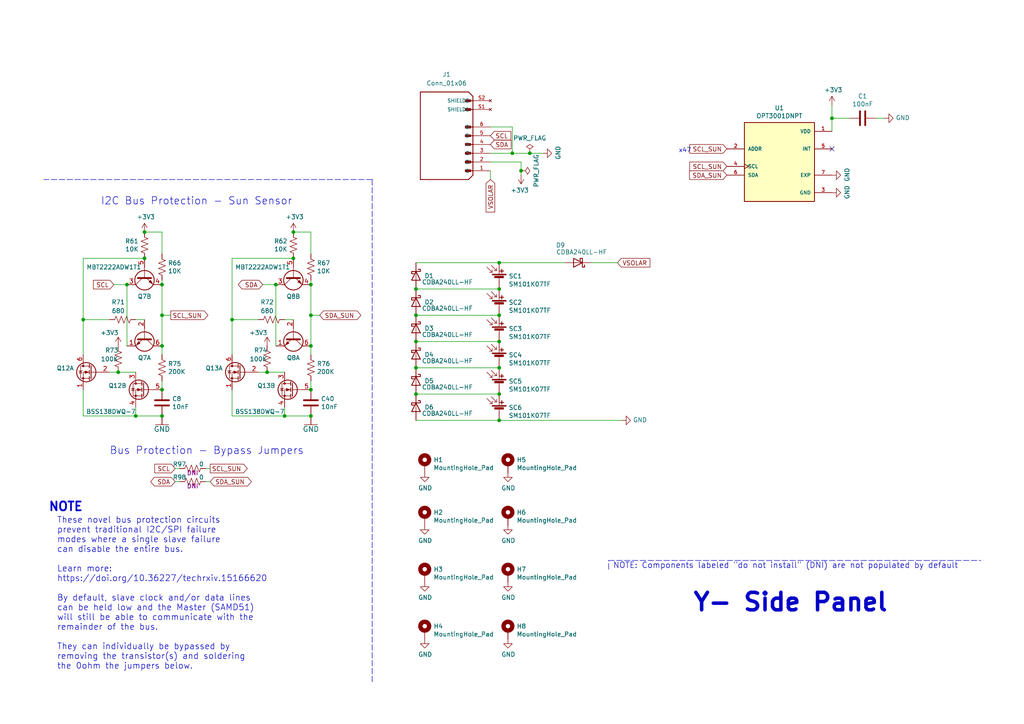
<source format=kicad_sch>
(kicad_sch (version 20211123) (generator eeschema)
  (paper "A4")
  (title_block (title "Sapling Y- Side Panel") (date "2022-05-02") (rev "Flight Ver. 1") (company "Stanford SSI") (comment 1 "Grant Regen"))
  (lib_symbols
    (symbol "Device:C" (pin_numbers hide) (pin_names (offset 0.254))
      (property "Reference" "C" (at 0.635 2.54 0))
      (property "Value" "C" (at 0.635 -2.54 0))
      (symbol "C_0_1"
        (polyline (pts (xy -2.032 -0.762) (xy 2.032 -0.762)) (stroke (width 0.508)))
        (polyline (pts (xy -2.032 0.762) (xy 2.032 0.762)) (stroke (width 0.508)))
      )
      (symbol "C_1_1"
        (pin passive line (at 0 3.81 270) (length 2.794) (name "~") (number "1"))
        (pin passive line (at 0 -3.81 90) (length 2.794) (name "~") (number "2"))
      )
    )
    (symbol "Device:D_Schottky" (pin_numbers hide) (pin_names (offset 1.016) hide)
      (property "Reference" "D" (at 0 2.54 0))
      (property "Value" "D_Schottky" (at 0 -2.54 0))
      (symbol "D_Schottky_0_1"
        (polyline (pts (xy 1.27 0) (xy -1.27 0)))
        (polyline (pts (xy 1.27 1.27) (xy 1.27 -1.27) (xy -1.27 0) (xy 1.27 1.27)) (stroke (width 0.254)))
        (polyline (pts (xy -1.905 0.635) (xy -1.905 1.27) (xy -1.27 1.27) (xy -1.27 -1.27) (xy -0.635 -1.27) (xy -0.635 -0.635)) (stroke (width 0.254)))
      )
      (symbol "D_Schottky_1_1"
        (pin passive line (at -3.81 0 0) (length 2.54) (name "K") (number "1"))
        (pin passive line (at 3.81 0 180) (length 2.54) (name "A") (number "2"))
      )
    )
    (symbol "Device:R_US" (pin_numbers hide) (pin_names (offset 0))
      (property "Reference" "R" (at 2.54 0 90))
      (property "Value" "R_US" (at -2.54 0 90))
      (symbol "R_US_0_1"
        (polyline (pts (xy 0 -2.286) (xy 0 -2.54)))
        (polyline (pts (xy 0 2.286) (xy 0 2.54)))
        (polyline (pts (xy 0 -0.762) (xy 1.016 -1.143) (xy 0 -1.524) (xy -1.016 -1.905) (xy 0 -2.286)))
        (polyline (pts (xy 0 0.762) (xy 1.016 0.381) (xy 0 0) (xy -1.016 -0.381) (xy 0 -0.762)))
        (polyline (pts (xy 0 2.286) (xy 1.016 1.905) (xy 0 1.524) (xy -1.016 1.143) (xy 0 0.762)))
      )
      (symbol "R_US_1_1"
        (pin passive line (at 0 3.81 270) (length 1.27) (name "~") (number "1"))
        (pin passive line (at 0 -3.81 90) (length 1.27) (name "~") (number "2"))
      )
    )
    (symbol "Device:Solar_Cell" (pin_numbers hide) (pin_names (offset 0) hide)
      (property "Reference" "SC" (at 2.54 2.54 0))
      (property "Value" "Solar_Cell" (at 2.54 0 0))
      (symbol "Solar_Cell_0_1"
        (rectangle (start -2.032 1.778) (end 2.032 1.524) (fill (type outline)))
        (rectangle (start -1.3208 1.1938) (end 1.27 0.6858) (fill (type outline)))
        (polyline (pts (xy -2.032 2.286) (xy -3.556 3.81)))
        (polyline (pts (xy -0.762 2.794) (xy -2.286 4.318)))
        (polyline (pts (xy 0 0.762) (xy 0 0)))
        (polyline (pts (xy 0 1.778) (xy 0 2.54)))
        (polyline (pts (xy 0.254 2.667) (xy 1.27 2.667)) (stroke (width 0.254)))
        (polyline (pts (xy 0.762 3.175) (xy 0.762 2.159)) (stroke (width 0.254)))
        (polyline (pts (xy -2.032 3.048) (xy -2.032 2.286) (xy -2.794 2.286)))
        (polyline (pts (xy -0.762 3.556) (xy -0.762 2.794) (xy -1.524 2.794)))
      )
      (symbol "Solar_Cell_1_1"
        (pin passive line (at 0 5.08 270) (length 2.54) (name "+") (number "1"))
        (pin passive line (at 0 -2.54 90) (length 2.54) (name "-") (number "2"))
      )
    )
    (symbol "Mechanical:MountingHole_Pad" (pin_numbers hide) (pin_names (offset 1.016) hide)
      (property "Reference" "H" (at 0 6.35 0))
      (property "Value" "MountingHole_Pad" (at 0 4.445 0))
      (symbol "MountingHole_Pad_0_1"
        (circle (center 0 1.27) (radius 1.27) (stroke (width 1.27)))
      )
      (symbol "MountingHole_Pad_1_1"
        (pin input line (at 0 -2.54 90) (length 2.54) (name "1") (number "1"))
      )
    )
    (symbol "Transistor_BJT:MBT2222ADW1T1" (pin_names (offset 0) hide)
      (property "Reference" "Q" (at 5.08 1.27 0))
      (property "Value" "MBT2222ADW1T1" (at 5.08 -1.27 0))
      (symbol "MBT2222ADW1T1_0_1"
        (polyline (pts (xy 0.635 0) (xy -2.54 0)))
        (polyline (pts (xy 0.635 0.635) (xy 2.54 2.54)))
        (polyline (pts (xy 0.635 -0.635) (xy 2.54 -2.54) (xy 2.54 -2.54)))
        (polyline (pts (xy 0.635 1.905) (xy 0.635 -1.905) (xy 0.635 -1.905)) (stroke (width 0.508)))
        (polyline (pts (xy 1.27 -1.778) (xy 1.778 -1.27) (xy 2.286 -2.286) (xy 1.27 -1.778) (xy 1.27 -1.778)) (fill (type outline)))
        (circle (center 1.27 0) (radius 2.8194) (stroke (width 0.254)))
      )
      (symbol "MBT2222ADW1T1_1_1"
        (pin passive line (at 2.54 -5.08 90) (length 2.54) (name "E1") (number "1"))
        (pin input line (at -5.08 0 0) (length 2.54) (name "B1") (number "2"))
        (pin passive line (at 2.54 5.08 270) (length 2.54) (name "C1") (number "6"))
      )
      (symbol "MBT2222ADW1T1_2_1"
        (pin passive line (at 2.54 5.08 270) (length 2.54) (name "C2") (number "3"))
        (pin passive line (at 2.54 -5.08 90) (length 2.54) (name "E2") (number "4"))
        (pin input line (at -5.08 0 0) (length 2.54) (name "B2") (number "5"))
      )
    )
    (symbol "mainboard:BSS138DWQ-7" (pin_names (offset 0.762) hide)
      (property "Reference" "Q" (at -2.54 5.08 0))
      (property "Value" "BSS138DWQ-7" (at 3.81 6.35 0))
      (symbol "BSS138DWQ-7_1_1"
        (polyline (pts (xy -1.016 0) (xy -3.81 0)))
        (polyline (pts (xy -1.016 1.905) (xy -1.016 -1.905)) (stroke (width 0.254)))
        (polyline (pts (xy -0.508 -1.27) (xy -0.508 -2.286)) (stroke (width 0.254)))
        (polyline (pts (xy -0.508 0.508) (xy -0.508 -0.508)) (stroke (width 0.254)))
        (polyline (pts (xy -0.508 2.286) (xy -0.508 1.27)) (stroke (width 0.254)))
        (polyline (pts (xy 1.27 2.54) (xy 1.27 1.778)))
        (polyline (pts (xy 1.27 -2.54) (xy 1.27 0) (xy -0.508 0)))
        (polyline (pts (xy -0.508 -1.778) (xy 2.032 -1.778) (xy 2.032 1.778) (xy -0.508 1.778)))
        (polyline (pts (xy -0.254 0) (xy 0.762 0.381) (xy 0.762 -0.381) (xy -0.254 0)) (fill (type outline)))
        (polyline (pts (xy 1.524 0.508) (xy 1.651 0.381) (xy 2.413 0.381) (xy 2.54 0.254)))
        (polyline (pts (xy 2.032 0.381) (xy 1.651 -0.254) (xy 2.413 -0.254) (xy 2.032 0.381)))
        (circle (center 0.381 0) (radius 2.794) (stroke (width 0.254)))
        (circle (center 1.27 -1.778) (radius 0.254) (fill (type outline)))
        (circle (center 1.27 1.778) (radius 0.254) (fill (type outline)))
        (pin passive line (at 1.27 -5.08 90) (length 2.54) (name "S2") (number "1"))
        (pin input line (at -6.35 0 0) (length 2.54) (name "G2") (number "2"))
        (pin passive line (at 1.27 5.08 270) (length 2.54) (name "D1") (number "6"))
      )
      (symbol "BSS138DWQ-7_2_1"
        (polyline (pts (xy -1.016 0) (xy -3.81 0)))
        (polyline (pts (xy -1.016 1.905) (xy -1.016 -1.905)) (stroke (width 0.254)))
        (polyline (pts (xy -0.508 -1.27) (xy -0.508 -2.286)) (stroke (width 0.254)))
        (polyline (pts (xy -0.508 0.508) (xy -0.508 -0.508)) (stroke (width 0.254)))
        (polyline (pts (xy -0.508 2.286) (xy -0.508 1.27)) (stroke (width 0.254)))
        (polyline (pts (xy 1.27 2.54) (xy 1.27 1.778)))
        (polyline (pts (xy 1.27 -2.54) (xy 1.27 0) (xy -0.508 0)))
        (polyline (pts (xy -0.508 -1.778) (xy 2.032 -1.778) (xy 2.032 1.778) (xy -0.508 1.778)))
        (polyline (pts (xy -0.254 0) (xy 0.762 0.381) (xy 0.762 -0.381) (xy -0.254 0)) (fill (type outline)))
        (polyline (pts (xy 1.524 0.508) (xy 1.651 0.381) (xy 2.413 0.381) (xy 2.54 0.254)))
        (polyline (pts (xy 2.032 0.381) (xy 1.651 -0.254) (xy 2.413 -0.254) (xy 2.032 0.381)))
        (circle (center 0.381 0) (radius 2.794) (stroke (width 0.254)))
        (circle (center 1.27 -1.778) (radius 0.254) (fill (type outline)))
        (circle (center 1.27 1.778) (radius 0.254) (fill (type outline)))
        (pin passive line (at 1.27 5.08 270) (length 2.54) (name "D2") (number "3"))
        (pin passive line (at 1.27 -5.08 90) (length 2.54) (name "S1") (number "4"))
        (pin input line (at -6.35 0 0) (length 2.54) (name "G1") (number "5"))
      )
    )
    (symbol "mainboard:GND" (power) (pin_names (offset 1.016))
      (property "Value" "GND" (at -2.54 -2.54 0))
      (symbol "GND_1_0"
        (polyline (pts (xy -1.905 0) (xy 1.905 0)))
        (pin power_in line (at 0 2.54 270) (length 2.54) (name "GND") (number "1"))
      )
    )
    (symbol "power:+3.3V" (power) (pin_names (offset 0))
      (property "Value" "+3.3V" (at 0 3.556 0))
      (symbol "+3.3V_0_1"
        (polyline (pts (xy -0.762 1.27) (xy 0 2.54)))
        (polyline (pts (xy 0 0) (xy 0 2.54)))
        (polyline (pts (xy 0 2.54) (xy 0.762 1.27)))
      )
      (symbol "+3.3V_1_1"
        (pin power_in line (at 0 0 90) (length 0) hide (name "+3V3") (number "1"))
      )
    )
    (symbol "power:GND" (power) (pin_names (offset 0))
      (property "Value" "GND" (at 0 -3.81 0))
      (symbol "GND_0_1"
        (polyline (pts (xy 0 0) (xy 0 -1.27) (xy 1.27 -1.27) (xy 0 -2.54) (xy -1.27 -1.27) (xy 0 -1.27)))
      )
      (symbol "GND_1_1"
        (pin power_in line (at 0 0 270) (length 0) hide (name "GND") (number "1"))
      )
    )
    (symbol "power:PWR_FLAG" (power) (pin_numbers hide) (pin_names (offset 0) hide)
      (property "Value" "PWR_FLAG" (at 0 3.81 0))
      (symbol "PWR_FLAG_0_0"
        (pin power_out line (at 0 0 90) (length 0) (name "pwr") (number "1"))
      )
      (symbol "PWR_FLAG_0_1"
        (polyline (pts (xy 0 0) (xy 0 1.27) (xy -1.016 1.905) (xy 0 2.54) (xy 1.016 1.905) (xy 0 1.27)))
      )
    )
    (symbol "solar-panel-side-Y-minus-rescue:2053380006-sapling" (pin_names (offset 1.016))
      (property "Reference" "J" (at -7.62 13.97 0))
      (property "Value" "2053380006-sapling" (at -7.62 -15.24 0))
      (symbol "2053380006-sapling_0_0"
        (rectangle (start -6.985 -10.4648) (end -5.3848 -9.8298) (fill (type outline)))
        (rectangle (start -6.985 -7.9248) (end -5.3848 -7.2898) (fill (type outline)))
        (rectangle (start -6.985 -2.8448) (end -5.3848 -2.2098) (fill (type outline)))
        (rectangle (start -6.985 -0.3048) (end -5.3848 0.3048) (fill (type outline)))
        (rectangle (start -6.985 2.2098) (end -5.3848 2.8448) (fill (type outline)))
        (rectangle (start -6.985 4.7498) (end -5.3848 5.3848) (fill (type outline)))
        (rectangle (start -6.985 7.2898) (end -5.3848 7.9248) (fill (type outline)))
        (rectangle (start -6.985 9.8298) (end -5.3848 10.4648) (fill (type outline)))
        (polyline (pts (xy -7.62 -11.43) (xy -6.35 -12.7)) (stroke (width 0.254)))
        (polyline (pts (xy -7.62 -10.16) (xy -5.715 -10.16)) (stroke (width 0.254)))
        (polyline (pts (xy -7.62 -7.62) (xy -5.715 -7.62)) (stroke (width 0.254)))
        (polyline (pts (xy -7.62 -2.54) (xy -7.62 -11.43)) (stroke (width 0.254)))
        (polyline (pts (xy -7.62 -2.54) (xy -5.715 -2.54)) (stroke (width 0.254)))
        (polyline (pts (xy -7.62 0) (xy -7.62 -2.54)) (stroke (width 0.254)))
        (polyline (pts (xy -7.62 0) (xy -5.715 0)) (stroke (width 0.254)))
        (polyline (pts (xy -7.62 2.54) (xy -7.62 0)) (stroke (width 0.254)))
        (polyline (pts (xy -7.62 2.54) (xy -5.715 2.54)) (stroke (width 0.254)))
        (polyline (pts (xy -7.62 5.08) (xy -7.62 2.54)) (stroke (width 0.254)))
        (polyline (pts (xy -7.62 5.08) (xy -5.715 5.08)) (stroke (width 0.254)))
        (polyline (pts (xy -7.62 7.62) (xy -5.715 7.62)) (stroke (width 0.254)))
        (polyline (pts (xy -7.62 10.16) (xy -5.715 10.16)) (stroke (width 0.254)))
        (polyline (pts (xy -7.62 11.43) (xy -7.62 5.08)) (stroke (width 0.254)))
        (polyline (pts (xy -7.62 11.43) (xy -6.35 12.7)) (stroke (width 0.254)))
        (polyline (pts (xy -6.35 -12.7) (xy 7.62 -12.7)) (stroke (width 0.254)))
        (polyline (pts (xy 7.62 -12.7) (xy 7.62 12.7)) (stroke (width 0.254)))
        (polyline (pts (xy 7.62 12.7) (xy -6.35 12.7)) (stroke (width 0.254)))
        (pin passive line (at -12.7 10.16 0) (length 5.08) (name "1") (number "1"))
        (pin passive line (at -12.7 7.62 0) (length 5.08) (name "2") (number "2"))
        (pin passive line (at -12.7 5.08 0) (length 5.08) (name "3") (number "3"))
        (pin passive line (at -12.7 2.54 0) (length 5.08) (name "4") (number "4"))
        (pin passive line (at -12.7 0 0) (length 5.08) (name "5") (number "5"))
        (pin passive line (at -12.7 -2.54 0) (length 5.08) (name "6") (number "6"))
        (pin no_connect line (at -12.7 -7.62 0) (length 5.08) (name "SHIELD1") (number "S1"))
        (pin no_connect line (at -12.7 -10.16 0) (length 5.08) (name "SHIELD2") (number "S2"))
      )
    )
    (symbol "solar-panel-side-Y-minus-rescue:OPT3001DNPT-sapling" (pin_names (offset 1.016))
      (property "Reference" "U" (at -10.16 13.97 0))
      (property "Value" "OPT3001DNPT-sapling" (at -6.35 -12.7 0))
      (symbol "OPT3001DNPT-sapling_0_0"
        (rectangle (start -10.16 -10.16) (end 10.16 12.7) (stroke (width 0.254)) (fill (type background)))
        (pin power_in line (at 15.24 10.16 180) (length 5.08) (name "VDD") (number "1"))
        (pin input line (at -15.24 5.08 0) (length 5.08) (name "ADDR") (number "2"))
        (pin power_in line (at 15.24 -7.62 180) (length 5.08) (name "GND") (number "3"))
        (pin input clock (at -15.24 0 0) (length 5.08) (name "SCL") (number "4"))
        (pin output line (at 15.24 5.08 180) (length 5.08) (name "INT") (number "5"))
        (pin bidirectional line (at -15.24 -2.54 0) (length 5.08) (name "SDA") (number "6"))
        (pin passive line (at 15.24 -2.54 180) (length 5.08) (name "EXP") (number "7"))
      )
    )
  )
  (junction (at 90.17 113.03))
  (junction (at 85.09 67.31))
  (junction (at 120.65 83.82))
  (junction (at 120.65 114.3))
  (junction (at 148.59 44.45))
  (junction (at 46.99 91.44))
  (junction (at 144.78 121.92))
  (junction (at 77.47 107.95))
  (junction (at 46.99 113.03))
  (junction (at 144.78 99.06))
  (junction (at 41.91 74.93))
  (junction (at 46.99 82.55))
  (junction (at 82.55 120.65))
  (junction (at 34.29 107.95))
  (junction (at 144.78 106.68))
  (junction (at 24.13 92.71))
  (junction (at 80.01 82.55))
  (junction (at 144.78 91.44))
  (junction (at 90.17 91.44))
  (junction (at 46.99 120.65))
  (junction (at 144.78 76.2))
  (junction (at 67.31 92.71))
  (junction (at 46.99 100.33))
  (junction (at 120.65 106.68))
  (junction (at 151.13 49.53))
  (junction (at 90.17 82.55))
  (junction (at 144.78 114.3))
  (junction (at 85.09 74.93))
  (junction (at 120.65 99.06))
  (junction (at 39.37 120.65))
  (junction (at 41.91 67.31))
  (junction (at 153.67 44.45))
  (junction (at 36.83 82.55))
  (junction (at 120.65 91.44))
  (junction (at 241.3 34.29))
  (junction (at 90.17 120.65))
  (junction (at 144.78 83.82))
  (junction (at 90.17 100.33))
  (no_connect (at 241.3 43.18))
  (wire (pts (xy 36.83 82.55) (xy 36.83 100.33)))
  (wire (pts (xy 142.24 46.99) (xy 151.13 46.99)))
  (wire (pts (xy 24.13 102.87) (xy 24.13 92.71)))
  (wire (pts (xy 120.65 91.44) (xy 144.78 91.44)))
  (wire (pts (xy 49.53 91.44) (xy 46.99 91.44)))
  (wire (pts (xy 46.99 91.44) (xy 46.99 82.55)))
  (wire (pts (xy 46.99 110.49) (xy 46.99 113.03)))
  (wire (pts (xy 67.31 102.87) (xy 67.31 92.71)))
  (wire (pts (xy 92.71 91.44) (xy 90.17 91.44)))
  (wire (pts (xy 90.17 102.87) (xy 90.17 100.33)))
  (wire (pts (xy 171.45 76.2) (xy 179.07 76.2)))
  (polyline (pts (xy 176.53 165.1) (xy 176.53 162.56)))
  (wire (pts (xy 241.3 34.29) (xy 241.3 30.48)))
  (wire (pts (xy 77.47 107.95) (xy 74.93 107.95)))
  (wire (pts (xy 76.2 82.55) (xy 80.01 82.55)))
  (wire (pts (xy 50.8 135.89) (xy 52.07 135.89)))
  (wire (pts (xy 39.37 107.95) (xy 34.29 107.95)))
  (wire (pts (xy 24.13 74.93) (xy 41.91 74.93)))
  (wire (pts (xy 254 34.29) (xy 256.54 34.29)))
  (wire (pts (xy 90.17 110.49) (xy 90.17 113.03)))
  (wire (pts (xy 120.65 83.82) (xy 144.78 83.82)))
  (wire (pts (xy 60.96 139.7) (xy 59.69 139.7)))
  (wire (pts (xy 142.24 49.53) (xy 142.24 52.07)))
  (wire (pts (xy 67.31 113.03) (xy 67.31 120.65)))
  (wire (pts (xy 142.24 36.83) (xy 148.59 36.83)))
  (wire (pts (xy 148.59 44.45) (xy 153.67 44.45)))
  (wire (pts (xy 120.65 99.06) (xy 144.78 99.06)))
  (wire (pts (xy 67.31 120.65) (xy 82.55 120.65)))
  (wire (pts (xy 241.3 38.1) (xy 241.3 34.29)))
  (wire (pts (xy 24.13 92.71) (xy 31.75 92.71)))
  (wire (pts (xy 90.17 100.33) (xy 90.17 91.44)))
  (wire (pts (xy 67.31 74.93) (xy 85.09 74.93)))
  (polyline (pts (xy 107.95 52.07) (xy 107.95 198.12)))
  (wire (pts (xy 120.65 121.92) (xy 144.78 121.92)))
  (wire (pts (xy 50.8 139.7) (xy 52.07 139.7)))
  (wire (pts (xy 85.09 92.71) (xy 82.55 92.71)))
  (wire (pts (xy 67.31 92.71) (xy 74.93 92.71)))
  (wire (pts (xy 90.17 73.66) (xy 90.17 67.31)))
  (polyline (pts (xy 176.53 162.56) (xy 284.48 162.56)))
  (wire (pts (xy 24.13 113.03) (xy 24.13 120.65)))
  (wire (pts (xy 46.99 67.31) (xy 41.91 67.31)))
  (wire (pts (xy 144.78 121.92) (xy 180.34 121.92)))
  (wire (pts (xy 148.59 36.83) (xy 148.59 44.45)))
  (wire (pts (xy 120.65 76.2) (xy 144.78 76.2)))
  (wire (pts (xy 163.83 76.2) (xy 144.78 76.2)))
  (wire (pts (xy 39.37 118.11) (xy 39.37 120.65)))
  (wire (pts (xy 39.37 120.65) (xy 46.99 120.65)))
  (wire (pts (xy 80.01 82.55) (xy 80.01 100.33)))
  (wire (pts (xy 120.65 106.68) (xy 144.78 106.68)))
  (wire (pts (xy 33.02 82.55) (xy 36.83 82.55)))
  (wire (pts (xy 82.55 107.95) (xy 77.47 107.95)))
  (wire (pts (xy 60.96 135.89) (xy 59.69 135.89)))
  (wire (pts (xy 46.99 102.87) (xy 46.99 100.33)))
  (wire (pts (xy 41.91 92.71) (xy 39.37 92.71)))
  (wire (pts (xy 153.67 44.45) (xy 157.48 44.45)))
  (wire (pts (xy 46.99 100.33) (xy 46.99 91.44)))
  (wire (pts (xy 67.31 92.71) (xy 67.31 74.93)))
  (wire (pts (xy 24.13 120.65) (xy 39.37 120.65)))
  (wire (pts (xy 151.13 49.53) (xy 151.13 50.8)))
  (wire (pts (xy 90.17 91.44) (xy 90.17 82.55)))
  (wire (pts (xy 34.29 107.95) (xy 31.75 107.95)))
  (wire (pts (xy 82.55 118.11) (xy 82.55 120.65)))
  (wire (pts (xy 46.99 81.28) (xy 46.99 82.55)))
  (wire (pts (xy 82.55 120.65) (xy 90.17 120.65)))
  (wire (pts (xy 46.99 73.66) (xy 46.99 67.31)))
  (wire (pts (xy 120.65 114.3) (xy 144.78 114.3)))
  (wire (pts (xy 151.13 46.99) (xy 151.13 49.53)))
  (wire (pts (xy 24.13 92.71) (xy 24.13 74.93)))
  (wire (pts (xy 246.38 34.29) (xy 241.3 34.29)))
  (wire (pts (xy 90.17 67.31) (xy 85.09 67.31)))
  (wire (pts (xy 142.24 44.45) (xy 148.59 44.45)))
  (polyline (pts (xy 107.95 52.07) (xy 12.7 52.07)))
  (wire (pts (xy 90.17 81.28) (xy 90.17 82.55)))
  (text "Y- Side Panel" (at 200.66 177.8 0) (effects (font (size 5.08 5.08) (thickness 1.016) bold) (justify left bottom)))
  (text "x47" (at 196.85 44.45 0) (effects (font (size 1.27 1.27)) (justify left bottom)))
  (text "Bus Protection - Bypass Jumpers" (at 31.75 132.08 0) (effects (font (size 2.159 2.159)) (justify left bottom)))
  (text "NOTE: Components labeled \"do not install\" (DNI) are not populated by default" (at 177.8 165.1 0) (effects (font (size 1.651 1.651)) (justify left bottom)))
  (text "NOTE" (at 13.97 148.59 0) (effects (font (size 2.54 2.54) (thickness 0.508) bold) (justify left bottom)))
  (text "These novel bus protection circuits\nprevent traditional I2C/SPI failure \nmodes where a single slave failure\ncan disable the entire bus.\n\nLearn more: \nhttps://doi.org/10.36227/techrxiv.15166620\n\nBy default, slave clock and/or data lines \ncan be held low and the Master (SAMD51) \nwill still be able to communicate with the \nremainder of the bus.\n\nThey can individually be bypassed by \nremoving the transistor(s) and soldering\nthe 0ohm the jumpers below." (at 16.51 194.31 0) (effects (font (size 1.7526 1.7526)) (justify left bottom)))
  (text "I2C Bus Protection - Sun Sensor" (at 29.21 59.69 0) (effects (font (size 2.159 2.159)) (justify left bottom)))
  (global_label "SDA_SUN" (shape input) (at 210.82 50.8 180) (property "Intersheet References" "${INTERSHEET_REFS}" (effects hide)))
  (global_label "SCL" (shape input) (at 33.02 82.55 180) (property "Intersheet References" "${INTERSHEET_REFS}" (effects hide)))
  (global_label "SCL_SUN" (shape output) (at 60.96 135.89 0) (property "Intersheet References" "${INTERSHEET_REFS}" (effects hide)))
  (global_label "SCL_SUN" (shape input) (at 210.82 48.26 180) (property "Intersheet References" "${INTERSHEET_REFS}" (effects hide)))
  (global_label "SDA" (shape bidirectional) (at 50.8 139.7 180) (property "Intersheet References" "${INTERSHEET_REFS}" (effects hide)))
  (global_label "SCL_SUN" (shape output) (at 49.53 91.44 0) (property "Intersheet References" "${INTERSHEET_REFS}" (effects hide)))
  (global_label "SCL_SUN" (shape input) (at 210.82 43.18 180) (property "Intersheet References" "${INTERSHEET_REFS}" (effects hide)))
  (global_label "VSOLAR" (shape input) (at 142.24 52.07 270) (property "Intersheet References" "${INTERSHEET_REFS}" (effects hide)))
  (global_label "SCL" (shape input) (at 142.24 39.37 0) (property "Intersheet References" "${INTERSHEET_REFS}" (effects hide)))
  (global_label "SDA" (shape bidirectional) (at 76.2 82.55 180) (property "Intersheet References" "${INTERSHEET_REFS}" (effects hide)))
  (global_label "SDA_SUN" (shape bidirectional) (at 60.96 139.7 0) (property "Intersheet References" "${INTERSHEET_REFS}" (effects hide)))
  (global_label "SCL" (shape input) (at 50.8 135.89 180) (property "Intersheet References" "${INTERSHEET_REFS}" (effects hide)))
  (global_label "SDA_SUN" (shape bidirectional) (at 92.71 91.44 0) (property "Intersheet References" "${INTERSHEET_REFS}" (effects hide)))
  (global_label "VSOLAR" (shape input) (at 179.07 76.2 0) (property "Intersheet References" "${INTERSHEET_REFS}" (effects hide)))
  (global_label "SDA" (shape input) (at 142.24 41.91 0) (property "Intersheet References" "${INTERSHEET_REFS}" (effects hide)))
  (symbol (lib_id "mainboard:BSS138DWQ-7") (at 25.4 107.95 0) (mirror y) (unit 1)
    (property "Reference" "Q12" (at 21.463 106.7816 0) (effects (justify left)))
    (property "Value" "BSS138DWQ-7" (at 39.37 119.38 0) (effects (justify left)))
    (property "Footprint" "sapling:BSS138DWQ-7" (effects hide))
    (property "Datasheet" "https://www.diodes.com/assets/Datasheets/BSS138DWQ.pdf" (effects hide))
    (property "Description" "Dual N-Channel MOSFET - 2NMOS" (effects hide))
    (property "Flight" "BSS138DWQ-7" (effects hide))
    (property "Manufacturer_Name" "Diodes Incorporated" (effects hide))
    (property "Manufacturer_Part_Number" "BSS138DWQ-7" (effects hide))
    (property "Proto" "BSS138DWQ-7" (effects hide))
  )
  (symbol (lib_id "mainboard:BSS138DWQ-7") (at 40.64 113.03 0) (mirror y) (unit 2)
    (property "Reference" "Q12" (at 36.703 111.8616 0) (effects (justify left)))
    (property "Value" "BSS138DWQ-7" (effects hide))
    (property "Footprint" "sapling:BSS138DWQ-7" (effects hide))
    (property "Datasheet" "https://www.diodes.com/assets/Datasheets/BSS138DWQ.pdf" (effects hide))
    (property "Description" "Dual N-Channel MOSFET - 2NMOS" (effects hide))
    (property "Flight" "BSS138DWQ-7" (effects hide))
    (property "Manufacturer_Name" "Diodes Incorporated" (effects hide))
    (property "Manufacturer_Part_Number" "BSS138DWQ-7" (effects hide))
    (property "Proto" "BSS138DWQ-7" (effects hide))
  )
  (symbol (lib_id "Transistor_BJT:MBT2222ADW1T1") (at 41.91 97.79 270) (unit 1)
    (property "Reference" "Q7" (at 41.91 103.7844 90))
    (property "Value" "MBT2222ADW1T1" (effects hide))
    (property "Footprint" "Package_TO_SOT_SMD:SOT-363_SC-70-6" (effects hide))
    (property "Datasheet" "http://www.onsemi.com/pub_link/Collateral/MBT2222ADW1T1-D.PDF" (effects hide))
    (property "Description" "Dual NPN BJT - 2NPN" (effects hide))
    (property "Flight" "MBT2222ADW1T1G" (effects hide))
    (property "Manufacturer_Name" "ON Semiconductor" (effects hide))
    (property "Manufacturer_Part_Number" "MBT2222ADW1T1G" (effects hide))
    (property "Proto" "MBT2222ADW1T1G" (effects hide))
  )
  (symbol (lib_id "Transistor_BJT:MBT2222ADW1T1") (at 41.91 80.01 90) (mirror x) (unit 2)
    (property "Reference" "Q7" (at 41.91 85.979 90))
    (property "Value" "MBT2222ADW1T1" (at 33.02 77.47 90))
    (property "Footprint" "Package_TO_SOT_SMD:SOT-363_SC-70-6" (effects hide))
    (property "Datasheet" "http://www.onsemi.com/pub_link/Collateral/MBT2222ADW1T1-D.PDF" (effects hide))
    (property "Description" "Dual NPN BJT - 2NPN" (effects hide))
    (property "Flight" "MBT2222ADW1T1G" (effects hide))
    (property "Manufacturer_Name" "ON Semiconductor" (effects hide))
    (property "Manufacturer_Part_Number" "MBT2222ADW1T1G" (effects hide))
    (property "Proto" "MBT2222ADW1T1G" (effects hide))
  )
  (symbol (lib_id "Device:C") (at 46.99 116.84 0) (unit 1)
    (property "Reference" "C8" (at 49.911 115.6716 0) (effects (justify left)))
    (property "Value" "10nF" (at 49.911 117.983 0) (effects (justify left)))
    (property "Footprint" "Capacitor_SMD:C_0603_1608Metric" (effects hide))
    (property "Description" "10nF +-10% 50V X7R" (effects hide))
  )
  (symbol (lib_id "mainboard:GND") (at 46.99 123.19 0) (unit 1)
    (property "Reference" "#GND045" (effects hide))
    (property "Value" "GND" (at 46.99 124.46 0) (effects (font (size 1.4986 1.4986))))
  )
  (symbol (lib_id "Device:R_US") (at 46.99 77.47 0) (unit 1)
    (property "Reference" "R66" (at 48.7172 76.3016 0) (effects (justify left)))
    (property "Value" "10K" (at 48.7172 78.613 0) (effects (justify left)))
    (property "Footprint" "Resistor_SMD:R_0603_1608Metric" (effects hide))
    (property "Description" "10K 0603" (effects hide))
  )
  (symbol (lib_id "Device:R_US") (at 41.91 71.12 0) (unit 1)
    (property "Reference" "R61" (at 40.2082 69.9516 0) (effects (justify right)))
    (property "Value" "10K" (at 40.2082 72.263 0) (effects (justify right)))
    (property "Footprint" "Resistor_SMD:R_0603_1608Metric" (effects hide))
    (property "Description" "10K 0603" (effects hide))
  )
  (symbol (lib_id "Device:R_US") (at 35.56 92.71 270) (unit 1)
    (property "Reference" "R71" (at 34.29 87.63 90))
    (property "Value" "680" (at 34.29 90.17 90))
    (property "Footprint" "Resistor_SMD:R_0603_1608Metric" (effects hide))
    (property "Description" "680 0603" (effects hide))
  )
  (symbol (lib_id "Device:R_US") (at 34.29 104.14 0) (unit 1)
    (property "Reference" "R73" (at 30.48 101.6 0) (effects (justify left)))
    (property "Value" "100K" (at 29.21 104.14 0) (effects (justify left)))
    (property "Footprint" "Resistor_SMD:R_0603_1608Metric" (effects hide))
    (property "Description" "100K 0603" (effects hide))
  )
  (symbol (lib_id "Device:R_US") (at 46.99 106.68 0) (unit 1)
    (property "Reference" "R75" (at 48.7172 105.5116 0) (effects (justify left)))
    (property "Value" "200K" (at 48.7172 107.823 0) (effects (justify left)))
    (property "Footprint" "Resistor_SMD:R_0603_1608Metric" (effects hide))
    (property "Description" "200K 0603" (effects hide))
  )
  (symbol (lib_id "Transistor_BJT:MBT2222ADW1T1") (at 85.09 97.79 270) (unit 1)
    (property "Reference" "Q8" (at 85.09 103.7844 90))
    (property "Value" "MBT2222ADW1T1" (effects hide))
    (property "Footprint" "Package_TO_SOT_SMD:SOT-363_SC-70-6" (effects hide))
    (property "Datasheet" "http://www.onsemi.com/pub_link/Collateral/MBT2222ADW1T1-D.PDF" (effects hide))
    (property "Description" "Dual NPN BJT - 2NPN" (effects hide))
    (property "Flight" "MBT2222ADW1T1G" (effects hide))
    (property "Manufacturer_Name" "ON Semiconductor" (effects hide))
    (property "Manufacturer_Part_Number" "MBT2222ADW1T1G" (effects hide))
    (property "Proto" "MBT2222ADW1T1G" (effects hide))
  )
  (symbol (lib_id "Transistor_BJT:MBT2222ADW1T1") (at 85.09 80.01 90) (mirror x) (unit 2)
    (property "Reference" "Q8" (at 85.09 85.979 90))
    (property "Value" "MBT2222ADW1T1" (at 76.2 77.47 90))
    (property "Footprint" "Package_TO_SOT_SMD:SOT-363_SC-70-6" (effects hide))
    (property "Datasheet" "http://www.onsemi.com/pub_link/Collateral/MBT2222ADW1T1-D.PDF" (effects hide))
    (property "Description" "Dual NPN BJT - 2NPN" (effects hide))
    (property "Flight" "MBT2222ADW1T1G" (effects hide))
    (property "Manufacturer_Name" "ON Semiconductor" (effects hide))
    (property "Manufacturer_Part_Number" "MBT2222ADW1T1G" (effects hide))
    (property "Proto" "MBT2222ADW1T1G" (effects hide))
  )
  (symbol (lib_id "Device:C") (at 90.17 116.84 0) (unit 1)
    (property "Reference" "C40" (at 93.091 115.6716 0) (effects (justify left)))
    (property "Value" "10nF" (at 93.091 117.983 0) (effects (justify left)))
    (property "Footprint" "Capacitor_SMD:C_0603_1608Metric" (effects hide))
    (property "Description" "10nF +-10% 50V X7R" (effects hide))
  )
  (symbol (lib_id "mainboard:GND") (at 90.17 123.19 0) (unit 1)
    (property "Reference" "#GND046" (effects hide))
    (property "Value" "GND" (at 90.17 124.46 0) (effects (font (size 1.4986 1.4986))))
  )
  (symbol (lib_id "Device:R_US") (at 85.09 71.12 0) (unit 1)
    (property "Reference" "R62" (at 83.3882 69.9516 0) (effects (justify right)))
    (property "Value" "10K" (at 83.3882 72.263 0) (effects (justify right)))
    (property "Footprint" "Resistor_SMD:R_0603_1608Metric" (effects hide))
    (property "Description" "10K 0603" (effects hide))
  )
  (symbol (lib_id "Device:R_US") (at 78.74 92.71 270) (unit 1)
    (property "Reference" "R72" (at 77.47 87.63 90))
    (property "Value" "680" (at 77.47 90.17 90))
    (property "Footprint" "Resistor_SMD:R_0603_1608Metric" (effects hide))
    (property "Description" "680 0603" (effects hide))
  )
  (symbol (lib_id "mainboard:BSS138DWQ-7") (at 83.82 113.03 0) (mirror y) (unit 2)
    (property "Reference" "Q13" (at 79.883 111.8616 0) (effects (justify left)))
    (property "Value" "BSS138DWQ-7" (effects hide))
    (property "Footprint" "sapling:BSS138DWQ-7" (effects hide))
    (property "Datasheet" "https://www.diodes.com/assets/Datasheets/BSS138DWQ.pdf" (effects hide))
    (property "Description" "Dual N-Channel MOSFET - 2NMOS" (effects hide))
    (property "Flight" "BSS138DWQ-7" (effects hide))
    (property "Manufacturer_Name" "Diodes Incorporated" (effects hide))
    (property "Manufacturer_Part_Number" "BSS138DWQ-7" (effects hide))
    (property "Proto" "BSS138DWQ-7" (effects hide))
  )
  (symbol (lib_id "Device:R_US") (at 90.17 106.68 0) (unit 1)
    (property "Reference" "R76" (at 91.8972 105.5116 0) (effects (justify left)))
    (property "Value" "200K" (at 91.8972 107.823 0) (effects (justify left)))
    (property "Footprint" "Resistor_SMD:R_0603_1608Metric" (effects hide))
    (property "Description" "200K 0603" (effects hide))
  )
  (symbol (lib_id "Device:R_US") (at 77.47 104.14 0) (unit 1)
    (property "Reference" "R74" (at 73.66 101.6 0) (effects (justify left)))
    (property "Value" "100K" (at 72.39 104.14 0) (effects (justify left)))
    (property "Footprint" "Resistor_SMD:R_0603_1608Metric" (effects hide))
    (property "Description" "100K 0603" (effects hide))
  )
  (symbol (lib_id "mainboard:BSS138DWQ-7") (at 68.58 107.95 0) (mirror y) (unit 1)
    (property "Reference" "Q13" (at 64.643 106.7816 0) (effects (justify left)))
    (property "Value" "BSS138DWQ-7" (at 82.55 119.38 0) (effects (justify left)))
    (property "Footprint" "sapling:BSS138DWQ-7" (effects hide))
    (property "Datasheet" "https://www.diodes.com/assets/Datasheets/BSS138DWQ.pdf" (effects hide))
    (property "Description" "Dual N-Channel MOSFET - 2NMOS" (effects hide))
    (property "Flight" "BSS138DWQ-7" (effects hide))
    (property "Manufacturer_Name" "Diodes Incorporated" (effects hide))
    (property "Manufacturer_Part_Number" "BSS138DWQ-7" (effects hide))
    (property "Proto" "BSS138DWQ-7" (effects hide))
  )
  (symbol (lib_id "Device:R_US") (at 90.17 77.47 0) (unit 1)
    (property "Reference" "R67" (at 91.8972 76.3016 0) (effects (justify left)))
    (property "Value" "10K" (at 91.8972 78.613 0) (effects (justify left)))
    (property "Footprint" "Resistor_SMD:R_0603_1608Metric" (effects hide))
    (property "Description" "10K 0603" (effects hide))
  )
  (symbol (lib_id "Device:R_US") (at 55.88 135.89 270) (unit 1)
    (property "Reference" "R97" (at 52.07 134.62 90))
    (property "Value" "0" (at 58.42 134.62 90))
    (property "Footprint" "Resistor_SMD:R_0603_1608Metric" (effects hide))
    (property "DNI" "DNI" (at 55.88 137.16 90))
    (property "Description" "0 0603" (effects hide))
  )
  (symbol (lib_id "Device:R_US") (at 55.88 139.7 270) (unit 1)
    (property "Reference" "R98" (at 52.07 138.43 90))
    (property "Value" "0" (at 58.42 138.43 90))
    (property "Footprint" "Resistor_SMD:R_0603_1608Metric" (effects hide))
    (property "DNI" "DNI" (at 55.88 140.97 90))
    (property "Description" "0 0603" (effects hide))
  )
  (symbol (lib_id "Device:Solar_Cell") (at 144.78 96.52 0) (unit 1)
    (property "Reference" "SC3" (at 147.5232 95.3516 0) (effects (justify left)))
    (property "Value" "SM101K07TF" (at 147.5232 97.663 0) (effects (justify left)))
    (property "Footprint" "sapling:SM101K07TF" (effects hide))
  )
  (symbol (lib_id "Device:D_Schottky") (at 120.65 102.87 270) (unit 1)
    (property "Reference" "D4" (at 124.46 102.87 90))
    (property "Value" "CDBA240LL-HF" (at 137.16 105.41 90) (effects (justify right bottom)))
    (property "Footprint" "sapling:DO-214AC" (effects hide))
  )
  (symbol (lib_id "Device:D_Schottky") (at 120.65 110.49 270) (unit 1)
    (property "Reference" "D5" (at 124.46 110.49 90))
    (property "Value" "CDBA240LL-HF" (at 137.16 113.03 90) (effects (justify right bottom)))
    (property "Footprint" "sapling:DO-214AC" (effects hide))
  )
  (symbol (lib_id "power:GND") (at 256.54 34.29 90) (unit 1)
    (property "Reference" "#PWR0103" (effects hide))
    (property "Value" "GND" (at 259.7912 34.163 90) (effects (justify right)))
  )
  (symbol (lib_id "solar-panel-side-Y-minus-rescue:2053380006-sapling") (at 129.54 39.37 180) (unit 1)
    (property "Reference" "J1" (at 129.54 21.59 0))
    (property "Value" "Conn_01x06" (at 129.54 24.13 0))
    (property "Footprint" "sapling:MOLEX_2053380006" (effects hide))
  )
  (symbol (lib_id "Mechanical:MountingHole_Pad") (at 123.19 134.62 0) (unit 1)
    (property "Reference" "H1" (at 125.73 133.3754 0) (effects (justify left)))
    (property "Value" "MountingHole_Pad" (at 125.73 135.6868 0) (effects (justify left)))
    (property "Footprint" "MountingHole:MountingHole_2.2mm_M2_DIN965_Pad_TopBottom" (effects hide))
  )
  (symbol (lib_id "power:GND") (at 123.19 137.16 0) (unit 1)
    (property "Reference" "#PWR01" (effects hide))
    (property "Value" "GND" (at 123.317 141.5542 0))
  )
  (symbol (lib_id "Mechanical:MountingHole_Pad") (at 147.32 134.62 0) (unit 1)
    (property "Reference" "H5" (at 149.86 133.3754 0) (effects (justify left)))
    (property "Value" "MountingHole_Pad" (at 149.86 135.6868 0) (effects (justify left)))
    (property "Footprint" "MountingHole:MountingHole_2.2mm_M2_DIN965_Pad_TopBottom" (effects hide))
  )
  (symbol (lib_id "power:GND") (at 147.32 137.16 0) (unit 1)
    (property "Reference" "#PWR05" (effects hide))
    (property "Value" "GND" (at 147.447 141.5542 0))
  )
  (symbol (lib_id "Mechanical:MountingHole_Pad") (at 123.19 149.86 0) (unit 1)
    (property "Reference" "H2" (at 125.73 148.6154 0) (effects (justify left)))
    (property "Value" "MountingHole_Pad" (at 125.73 150.9268 0) (effects (justify left)))
    (property "Footprint" "MountingHole:MountingHole_2.2mm_M2_DIN965_Pad_TopBottom" (effects hide))
  )
  (symbol (lib_id "power:GND") (at 123.19 152.4 0) (unit 1)
    (property "Reference" "#PWR02" (effects hide))
    (property "Value" "GND" (at 123.317 156.7942 0))
  )
  (symbol (lib_id "Mechanical:MountingHole_Pad") (at 147.32 149.86 0) (unit 1)
    (property "Reference" "H6" (at 149.86 148.6154 0) (effects (justify left)))
    (property "Value" "MountingHole_Pad" (at 149.86 150.9268 0) (effects (justify left)))
    (property "Footprint" "MountingHole:MountingHole_2.2mm_M2_DIN965_Pad_TopBottom" (effects hide))
  )
  (symbol (lib_id "power:GND") (at 147.32 152.4 0) (unit 1)
    (property "Reference" "#PWR06" (effects hide))
    (property "Value" "GND" (at 147.447 156.7942 0))
  )
  (symbol (lib_id "Mechanical:MountingHole_Pad") (at 123.19 166.37 0) (unit 1)
    (property "Reference" "H3" (at 125.73 165.1254 0) (effects (justify left)))
    (property "Value" "MountingHole_Pad" (at 125.73 167.4368 0) (effects (justify left)))
    (property "Footprint" "MountingHole:MountingHole_2.2mm_M2_DIN965_Pad_TopBottom" (effects hide))
  )
  (symbol (lib_id "power:GND") (at 123.19 168.91 0) (unit 1)
    (property "Reference" "#PWR03" (effects hide))
    (property "Value" "GND" (at 123.317 173.3042 0))
  )
  (symbol (lib_id "Mechanical:MountingHole_Pad") (at 147.32 166.37 0) (unit 1)
    (property "Reference" "H7" (at 149.86 165.1254 0) (effects (justify left)))
    (property "Value" "MountingHole_Pad" (at 149.86 167.4368 0) (effects (justify left)))
    (property "Footprint" "MountingHole:MountingHole_2.2mm_M2_DIN965_Pad_TopBottom" (effects hide))
  )
  (symbol (lib_id "power:GND") (at 147.32 168.91 0) (unit 1)
    (property "Reference" "#PWR07" (effects hide))
    (property "Value" "GND" (at 147.447 173.3042 0))
  )
  (symbol (lib_id "Mechanical:MountingHole_Pad") (at 123.19 182.88 0) (unit 1)
    (property "Reference" "H4" (at 125.73 181.6354 0) (effects (justify left)))
    (property "Value" "MountingHole_Pad" (at 125.73 183.9468 0) (effects (justify left)))
    (property "Footprint" "MountingHole:MountingHole_2.2mm_M2_DIN965_Pad_TopBottom" (effects hide))
  )
  (symbol (lib_id "power:GND") (at 123.19 185.42 0) (unit 1)
    (property "Reference" "#PWR04" (effects hide))
    (property "Value" "GND" (at 123.317 189.8142 0))
  )
  (symbol (lib_id "Mechanical:MountingHole_Pad") (at 147.32 182.88 0) (unit 1)
    (property "Reference" "H8" (at 149.86 181.6354 0) (effects (justify left)))
    (property "Value" "MountingHole_Pad" (at 149.86 183.9468 0) (effects (justify left)))
    (property "Footprint" "MountingHole:MountingHole_2.2mm_M2_DIN965_Pad_TopBottom" (effects hide))
  )
  (symbol (lib_id "power:GND") (at 147.32 185.42 0) (unit 1)
    (property "Reference" "#PWR08" (effects hide))
    (property "Value" "GND" (at 147.447 189.8142 0))
  )
  (symbol (lib_id "Device:Solar_Cell") (at 144.78 104.14 0) (unit 1)
    (property "Reference" "SC4" (at 147.5232 102.9716 0) (effects (justify left)))
    (property "Value" "SM101K07TF" (at 147.5232 105.283 0) (effects (justify left)))
    (property "Footprint" "sapling:SM101K07TF" (effects hide))
  )
  (symbol (lib_id "Device:C") (at 250.19 34.29 90) (unit 1)
    (property "Reference" "C1" (at 250.19 27.8892 90))
    (property "Value" "100nF" (at 250.19 30.2006 90))
    (property "Footprint" "Capacitor_SMD:C_0603_1608Metric" (effects hide))
  )
  (symbol (lib_id "power:GND") (at 241.3 50.8 90) (unit 1)
    (property "Reference" "#PWR0101" (effects hide))
    (property "Value" "GND" (at 245.6942 50.673 0))
  )
  (symbol (lib_id "Device:Solar_Cell") (at 144.78 81.28 0) (unit 1)
    (property "Reference" "SC1" (at 147.5232 80.1116 0) (effects (justify left)))
    (property "Value" "SM101K07TF" (at 147.5232 82.423 0) (effects (justify left)))
    (property "Footprint" "sapling:SM101K07TF" (effects hide))
  )
  (symbol (lib_id "Device:Solar_Cell") (at 144.78 111.76 0) (unit 1)
    (property "Reference" "SC5" (at 147.5232 110.5916 0) (effects (justify left)))
    (property "Value" "SM101K07TF" (at 147.5232 112.903 0) (effects (justify left)))
    (property "Footprint" "sapling:SM101K07TF" (effects hide))
  )
  (symbol (lib_id "Device:D_Schottky") (at 120.65 118.11 270) (unit 1)
    (property "Reference" "D6" (at 124.46 118.11 90))
    (property "Value" "CDBA240LL-HF" (at 137.16 120.65 90) (effects (justify right bottom)))
    (property "Footprint" "sapling:DO-214AC" (effects hide))
  )
  (symbol (lib_id "power:GND") (at 180.34 121.92 90) (unit 1)
    (property "Reference" "#PWR0109" (effects hide))
    (property "Value" "GND" (at 183.5912 121.793 90) (effects (justify right)))
  )
  (symbol (lib_id "power:+3.3V") (at 151.13 50.8 180) (unit 1)
    (property "Reference" "#PWR0111" (effects hide))
    (property "Value" "+3.3V" (at 150.749 55.1942 0))
  )
  (symbol (lib_id "power:GND") (at 241.3 55.88 90) (unit 1)
    (property "Reference" "#PWR0112" (effects hide))
    (property "Value" "GND" (at 245.6942 55.753 0))
  )
  (symbol (lib_id "power:PWR_FLAG") (at 151.13 49.53 270) (unit 1)
    (property "Reference" "#FLG0101" (effects hide))
    (property "Value" "PWR_FLAG" (at 155.5242 49.53 0))
  )
  (symbol (lib_id "power:PWR_FLAG") (at 153.67 44.45 0) (unit 1)
    (property "Reference" "#FLG0102" (effects hide))
    (property "Value" "PWR_FLAG" (at 153.67 40.0558 0))
  )
  (symbol (lib_id "Device:D_Schottky") (at 120.65 80.01 270) (unit 1)
    (property "Reference" "D1" (at 124.46 80.01 90))
    (property "Value" "CDBA240LL-HF" (at 137.16 82.55 90) (effects (justify right bottom)))
    (property "Footprint" "sapling:DO-214AC" (effects hide))
  )
  (symbol (lib_id "Device:D_Schottky") (at 167.64 76.2 180) (unit 1)
    (property "Reference" "D9" (at 162.56 71.12 0))
    (property "Value" "CDBA240LL-HF" (at 161.29 72.39 0) (effects (justify right bottom)))
    (property "Footprint" "sapling:DO-214AC" (effects hide))
  )
  (symbol (lib_id "Device:D_Schottky") (at 120.65 87.63 270) (unit 1)
    (property "Reference" "D2" (at 124.46 87.63 90))
    (property "Value" "CDBA240LL-HF" (at 137.16 90.17 90) (effects (justify right bottom)))
    (property "Footprint" "sapling:DO-214AC" (effects hide))
  )
  (symbol (lib_id "Device:Solar_Cell") (at 144.78 88.9 0) (unit 1)
    (property "Reference" "SC2" (at 147.5232 87.7316 0) (effects (justify left)))
    (property "Value" "SM101K07TF" (at 147.5232 90.043 0) (effects (justify left)))
    (property "Footprint" "sapling:SM101K07TF" (effects hide))
  )
  (symbol (lib_id "Device:D_Schottky") (at 120.65 95.25 270) (unit 1)
    (property "Reference" "D3" (at 124.46 95.25 90))
    (property "Value" "CDBA240LL-HF" (at 137.16 97.79 90) (effects (justify right bottom)))
    (property "Footprint" "sapling:DO-214AC" (effects hide))
  )
  (symbol (lib_id "solar-panel-side-Y-minus-rescue:OPT3001DNPT-sapling") (at 226.06 48.26 0) (unit 1)
    (property "Reference" "U1" (at 226.06 31.3182 0))
    (property "Value" "OPT3001DNPT" (at 226.06 33.6296 0))
    (property "Footprint" "sapling:OPT3001" (effects hide))
    (property "STANDARD" "IPC 7351B" (effects hide))
  )
  (symbol (lib_id "Device:Solar_Cell") (at 144.78 119.38 0) (unit 1)
    (property "Reference" "SC6" (at 147.5232 118.2116 0) (effects (justify left)))
    (property "Value" "SM101K07TF" (at 147.5232 120.523 0) (effects (justify left)))
    (property "Footprint" "sapling:SM101K07TF" (effects hide))
  )
  (symbol (lib_id "power:+3.3V") (at 241.3 30.48 0) (unit 1)
    (property "Reference" "#PWR0102" (effects hide))
    (property "Value" "+3.3V" (at 241.681 26.0858 0))
  )
  (symbol (lib_id "power:GND") (at 157.48 44.45 90) (unit 1)
    (property "Reference" "#PWR0110" (effects hide))
    (property "Value" "GND" (at 161.8742 44.323 0))
  )
  (symbol (lib_id "power:+3.3V") (at 85.09 67.31 0) (unit 1)
    (property "Reference" "#PWR0104" (effects hide))
    (property "Value" "+3.3V" (at 85.471 62.9158 0))
  )
  (symbol (lib_id "power:+3.3V") (at 41.91 67.31 0) (unit 1)
    (property "Reference" "#PWR0105" (effects hide))
    (property "Value" "+3.3V" (at 42.291 62.9158 0))
  )
  (symbol (lib_id "power:+3.3V") (at 77.47 100.33 0) (unit 1)
    (property "Reference" "#PWR0106" (effects hide))
    (property "Value" "+3.3V" (at 74.93 96.52 0))
  )
  (symbol (lib_id "power:+3.3V") (at 34.29 100.33 0) (unit 1)
    (property "Reference" "#PWR0107" (effects hide))
    (property "Value" "+3.3V" (at 31.75 96.52 0))
  )
)
</source>
